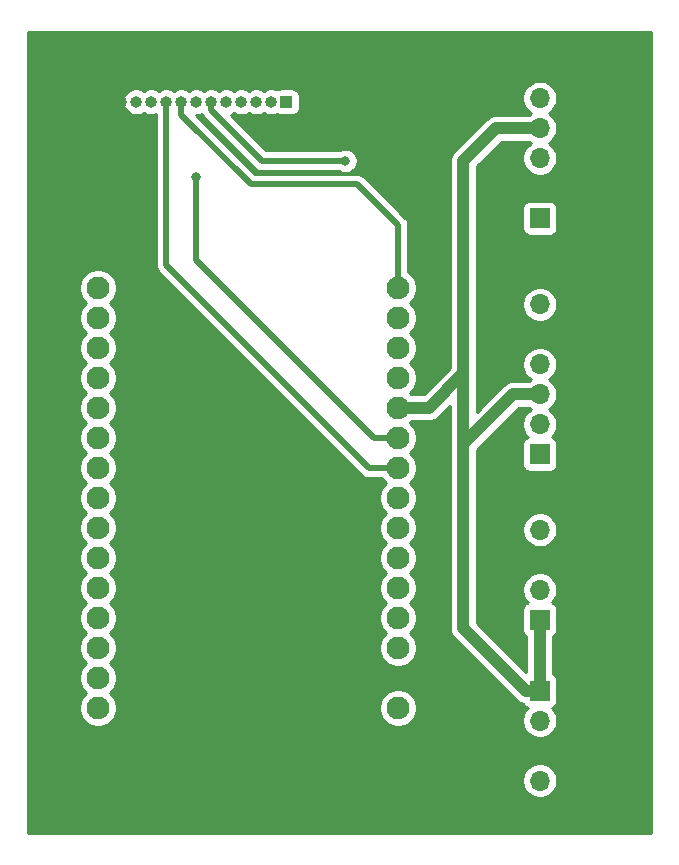
<source format=gbr>
%TF.GenerationSoftware,KiCad,Pcbnew,(5.1.10)-1*%
%TF.CreationDate,2022-02-10T20:54:04-03:00*%
%TF.ProjectId,sensor_v00,73656e73-6f72-45f7-9630-302e6b696361,rev?*%
%TF.SameCoordinates,Original*%
%TF.FileFunction,Copper,L2,Bot*%
%TF.FilePolarity,Positive*%
%FSLAX46Y46*%
G04 Gerber Fmt 4.6, Leading zero omitted, Abs format (unit mm)*
G04 Created by KiCad (PCBNEW (5.1.10)-1) date 2022-02-10 20:54:04*
%MOMM*%
%LPD*%
G01*
G04 APERTURE LIST*
%TA.AperFunction,ComponentPad*%
%ADD10O,1.000000X1.000000*%
%TD*%
%TA.AperFunction,ComponentPad*%
%ADD11R,1.000000X1.000000*%
%TD*%
%TA.AperFunction,ComponentPad*%
%ADD12C,1.930400*%
%TD*%
%TA.AperFunction,ComponentPad*%
%ADD13O,1.700000X1.700000*%
%TD*%
%TA.AperFunction,ComponentPad*%
%ADD14R,1.700000X1.700000*%
%TD*%
%TA.AperFunction,ViaPad*%
%ADD15C,0.800000*%
%TD*%
%TA.AperFunction,Conductor*%
%ADD16C,1.000000*%
%TD*%
%TA.AperFunction,Conductor*%
%ADD17C,0.250000*%
%TD*%
%TA.AperFunction,Conductor*%
%ADD18C,0.500000*%
%TD*%
%TA.AperFunction,Conductor*%
%ADD19C,0.254000*%
%TD*%
%TA.AperFunction,Conductor*%
%ADD20C,2.000000*%
%TD*%
G04 APERTURE END LIST*
D10*
%TO.P,LoRa,12*%
%TO.N,GNDREF*%
X121030000Y-79000000D03*
%TO.P,LoRa,11*%
%TO.N,N/C*%
X122300000Y-79000000D03*
%TO.P,LoRa,10*%
X123570000Y-79000000D03*
%TO.P,LoRa,9*%
%TO.N,SCK*%
X124840000Y-79000000D03*
%TO.P,LoRa,8*%
%TO.N,MOSI*%
X126110000Y-79000000D03*
%TO.P,LoRa,7*%
%TO.N,MISO*%
X127380000Y-79000000D03*
%TO.P,LoRa,6*%
%TO.N,NSS*%
X128650000Y-79000000D03*
%TO.P,LoRa,5*%
%TO.N,N/C*%
X129920000Y-79000000D03*
%TO.P,LoRa,4*%
X131190000Y-79000000D03*
%TO.P,LoRa,3*%
%TO.N,DIO0*%
X132460000Y-79000000D03*
%TO.P,LoRa,2*%
%TO.N,3v3*%
X133730000Y-79000000D03*
D11*
%TO.P,LoRa,1*%
%TO.N,RST*%
X135000000Y-79000000D03*
%TD*%
D12*
%TO.P,U101,EN*%
%TO.N,N/C*%
X119052840Y-94750240D03*
%TO.P,U101,D36*%
X119052840Y-97290240D03*
%TO.P,U101,D39*%
X119052840Y-99830240D03*
%TO.P,U101,D34*%
X119052840Y-102370240D03*
%TO.P,U101,D35*%
X119052840Y-104910240D03*
%TO.P,U101,D32*%
X119052840Y-107450240D03*
%TO.P,U101,D33*%
X119052840Y-109990240D03*
%TO.P,U101,D25*%
X119052840Y-112530240D03*
%TO.P,U101,D26*%
X119052840Y-115070240D03*
%TO.P,U101,D27*%
X119052840Y-117610240D03*
%TO.P,U101,D14*%
X119052840Y-120150240D03*
%TO.P,U101,D12*%
X119052840Y-122690240D03*
%TO.P,U101,D13*%
X119052840Y-125230240D03*
%TO.P,U101,GND@1*%
X119052840Y-127770240D03*
%TO.P,U101,VIN*%
X119052840Y-130310240D03*
%TO.P,U101,D23*%
%TO.N,MOSI*%
X144457840Y-94750240D03*
%TO.P,U101,D22*%
%TO.N,SCL*%
X144457840Y-97290240D03*
%TO.P,U101,D1*%
%TO.N,N/C*%
X144457840Y-99830240D03*
%TO.P,U101,D3*%
X144457840Y-102370240D03*
%TO.P,U101,D21*%
%TO.N,SDA*%
X144457840Y-104910240D03*
%TO.P,U101,D19*%
%TO.N,MISO*%
X144457840Y-107450240D03*
%TO.P,U101,D18*%
%TO.N,SCK*%
X144457840Y-109990240D03*
%TO.P,U101,D5*%
%TO.N,NSS*%
X144457840Y-112530240D03*
%TO.P,U101,D17*%
%TO.N,N/C*%
X144457840Y-115070240D03*
%TO.P,U101,D16*%
X144457840Y-117610240D03*
%TO.P,U101,D4*%
X144457840Y-120150240D03*
%TO.P,U101,D2*%
%TO.N,RST*%
X144457840Y-122690240D03*
%TO.P,U101,D15*%
%TO.N,DIO0*%
X144457840Y-125230240D03*
%TO.P,U101,GND@2*%
%TO.N,GNDREF*%
X144457840Y-127770240D03*
%TO.P,U101,3V3*%
%TO.N,3v3*%
X144457840Y-130310240D03*
%TD*%
D13*
%TO.P,TLS2561,5*%
%TO.N,N/C*%
X156462920Y-78690920D03*
%TO.P,TLS2561,4*%
%TO.N,SDA*%
X156462920Y-81230920D03*
%TO.P,TLS2561,3*%
%TO.N,SCL*%
X156462920Y-83770920D03*
%TO.P,TLS2561,2*%
%TO.N,GNDREF*%
X156462920Y-86310920D03*
D14*
%TO.P,TLS2561,1*%
%TO.N,3v3*%
X156462920Y-88850920D03*
%TD*%
D13*
%TO.P,J103,4*%
%TO.N,3v3*%
X156462920Y-115230920D03*
%TO.P,J103,3*%
%TO.N,GNDREF*%
X156462920Y-117770920D03*
%TO.P,J103,2*%
%TO.N,SCL*%
X156462920Y-120310920D03*
D14*
%TO.P,J103,1*%
%TO.N,SDA*%
X156462920Y-122850920D03*
%TD*%
D13*
%TO.P,BME680,6*%
%TO.N,3v3*%
X156462920Y-96150920D03*
%TO.P,BME680,5*%
%TO.N,GNDREF*%
X156462920Y-98690920D03*
%TO.P,BME680,4*%
%TO.N,SCL*%
X156462920Y-101230920D03*
%TO.P,BME680,3*%
%TO.N,SDA*%
X156462920Y-103770920D03*
%TO.P,BME680,2*%
%TO.N,N/C*%
X156462920Y-106310920D03*
D14*
%TO.P,BME680,1*%
X156462920Y-108850920D03*
%TD*%
D13*
%TO.P,J101,4*%
%TO.N,3v3*%
X156462920Y-136470920D03*
%TO.P,J101,3*%
%TO.N,GNDREF*%
X156462920Y-133930920D03*
%TO.P,J101,2*%
%TO.N,SCL*%
X156462920Y-131390920D03*
D14*
%TO.P,J101,1*%
%TO.N,SDA*%
X156462920Y-128850920D03*
%TD*%
D15*
%TO.N,NSS*%
X140000000Y-84000000D03*
%TO.N,MISO*%
X127380000Y-85380000D03*
%TD*%
D16*
%TO.N,SDA*%
X156462920Y-128850920D02*
X156462920Y-126462920D01*
X156462920Y-126462920D02*
X156462920Y-125462920D01*
X156462920Y-125462920D02*
X156462920Y-122850920D01*
X152769080Y-81230920D02*
X156462920Y-81230920D01*
X150000000Y-84000000D02*
X152769080Y-81230920D01*
X154229080Y-103770920D02*
X150000000Y-108000000D01*
X156462920Y-103770920D02*
X154229080Y-103770920D01*
X147089760Y-104910240D02*
X150000000Y-102000000D01*
X144457840Y-104910240D02*
X147089760Y-104910240D01*
X150000000Y-102000000D02*
X150000000Y-84000000D01*
X150000000Y-108000000D02*
X150000000Y-102000000D01*
X156462920Y-128850920D02*
X155266920Y-128850920D01*
X150000000Y-123584000D02*
X150000000Y-121272000D01*
X150000000Y-121272000D02*
X150000000Y-108000000D01*
X155266920Y-128850920D02*
X150000000Y-123584000D01*
X150000000Y-122000000D02*
X150000000Y-121272000D01*
D17*
%TO.N,3v3*%
X156162920Y-95850920D02*
X156462920Y-96150920D01*
D18*
%TO.N,NSS*%
X128650000Y-79707106D02*
X132942894Y-84000000D01*
X128650000Y-79000000D02*
X128650000Y-79707106D01*
X132942894Y-84000000D02*
X140000000Y-84000000D01*
X140000000Y-84000000D02*
X140000000Y-84000000D01*
%TO.N,MISO*%
X127380000Y-85380000D02*
X127380000Y-92380000D01*
X142450240Y-107450240D02*
X144457840Y-107450240D01*
X127380000Y-92380000D02*
X142450240Y-107450240D01*
%TO.N,MOSI*%
X126110000Y-79000000D02*
X126110000Y-80110000D01*
X126110000Y-80110000D02*
X132000000Y-86000000D01*
X132000000Y-86000000D02*
X141000000Y-86000000D01*
X144457840Y-89457840D02*
X144457840Y-94750240D01*
X141000000Y-86000000D02*
X144457840Y-89457840D01*
%TO.N,SCK*%
X124840000Y-79000000D02*
X124840000Y-92840000D01*
X141990240Y-109990240D02*
X144457840Y-109990240D01*
X124840000Y-92840000D02*
X141990240Y-109990240D01*
%TD*%
D19*
%TO.N,GNDREF*%
X165873000Y-140873000D02*
X113127000Y-140873000D01*
X113127000Y-136324660D01*
X154977920Y-136324660D01*
X154977920Y-136617180D01*
X155034988Y-136904078D01*
X155146930Y-137174331D01*
X155309445Y-137417552D01*
X155516288Y-137624395D01*
X155759509Y-137786910D01*
X156029762Y-137898852D01*
X156316660Y-137955920D01*
X156609180Y-137955920D01*
X156896078Y-137898852D01*
X157166331Y-137786910D01*
X157409552Y-137624395D01*
X157616395Y-137417552D01*
X157778910Y-137174331D01*
X157890852Y-136904078D01*
X157947920Y-136617180D01*
X157947920Y-136324660D01*
X157890852Y-136037762D01*
X157778910Y-135767509D01*
X157616395Y-135524288D01*
X157409552Y-135317445D01*
X157166331Y-135154930D01*
X156896078Y-135042988D01*
X156609180Y-134985920D01*
X156316660Y-134985920D01*
X156029762Y-135042988D01*
X155759509Y-135154930D01*
X155516288Y-135317445D01*
X155309445Y-135524288D01*
X155146930Y-135767509D01*
X155034988Y-136037762D01*
X154977920Y-136324660D01*
X113127000Y-136324660D01*
X113127000Y-94592634D01*
X117452640Y-94592634D01*
X117452640Y-94907846D01*
X117514134Y-95217001D01*
X117634761Y-95508219D01*
X117809883Y-95770308D01*
X118032772Y-95993197D01*
X118073245Y-96020240D01*
X118032772Y-96047283D01*
X117809883Y-96270172D01*
X117634761Y-96532261D01*
X117514134Y-96823479D01*
X117452640Y-97132634D01*
X117452640Y-97447846D01*
X117514134Y-97757001D01*
X117634761Y-98048219D01*
X117809883Y-98310308D01*
X118032772Y-98533197D01*
X118073245Y-98560240D01*
X118032772Y-98587283D01*
X117809883Y-98810172D01*
X117634761Y-99072261D01*
X117514134Y-99363479D01*
X117452640Y-99672634D01*
X117452640Y-99987846D01*
X117514134Y-100297001D01*
X117634761Y-100588219D01*
X117809883Y-100850308D01*
X118032772Y-101073197D01*
X118073245Y-101100240D01*
X118032772Y-101127283D01*
X117809883Y-101350172D01*
X117634761Y-101612261D01*
X117514134Y-101903479D01*
X117452640Y-102212634D01*
X117452640Y-102527846D01*
X117514134Y-102837001D01*
X117634761Y-103128219D01*
X117809883Y-103390308D01*
X118032772Y-103613197D01*
X118073245Y-103640240D01*
X118032772Y-103667283D01*
X117809883Y-103890172D01*
X117634761Y-104152261D01*
X117514134Y-104443479D01*
X117452640Y-104752634D01*
X117452640Y-105067846D01*
X117514134Y-105377001D01*
X117634761Y-105668219D01*
X117809883Y-105930308D01*
X118032772Y-106153197D01*
X118073245Y-106180240D01*
X118032772Y-106207283D01*
X117809883Y-106430172D01*
X117634761Y-106692261D01*
X117514134Y-106983479D01*
X117452640Y-107292634D01*
X117452640Y-107607846D01*
X117514134Y-107917001D01*
X117634761Y-108208219D01*
X117809883Y-108470308D01*
X118032772Y-108693197D01*
X118073245Y-108720240D01*
X118032772Y-108747283D01*
X117809883Y-108970172D01*
X117634761Y-109232261D01*
X117514134Y-109523479D01*
X117452640Y-109832634D01*
X117452640Y-110147846D01*
X117514134Y-110457001D01*
X117634761Y-110748219D01*
X117809883Y-111010308D01*
X118032772Y-111233197D01*
X118073245Y-111260240D01*
X118032772Y-111287283D01*
X117809883Y-111510172D01*
X117634761Y-111772261D01*
X117514134Y-112063479D01*
X117452640Y-112372634D01*
X117452640Y-112687846D01*
X117514134Y-112997001D01*
X117634761Y-113288219D01*
X117809883Y-113550308D01*
X118032772Y-113773197D01*
X118073245Y-113800240D01*
X118032772Y-113827283D01*
X117809883Y-114050172D01*
X117634761Y-114312261D01*
X117514134Y-114603479D01*
X117452640Y-114912634D01*
X117452640Y-115227846D01*
X117514134Y-115537001D01*
X117634761Y-115828219D01*
X117809883Y-116090308D01*
X118032772Y-116313197D01*
X118073245Y-116340240D01*
X118032772Y-116367283D01*
X117809883Y-116590172D01*
X117634761Y-116852261D01*
X117514134Y-117143479D01*
X117452640Y-117452634D01*
X117452640Y-117767846D01*
X117514134Y-118077001D01*
X117634761Y-118368219D01*
X117809883Y-118630308D01*
X118032772Y-118853197D01*
X118073245Y-118880240D01*
X118032772Y-118907283D01*
X117809883Y-119130172D01*
X117634761Y-119392261D01*
X117514134Y-119683479D01*
X117452640Y-119992634D01*
X117452640Y-120307846D01*
X117514134Y-120617001D01*
X117634761Y-120908219D01*
X117809883Y-121170308D01*
X118032772Y-121393197D01*
X118073245Y-121420240D01*
X118032772Y-121447283D01*
X117809883Y-121670172D01*
X117634761Y-121932261D01*
X117514134Y-122223479D01*
X117452640Y-122532634D01*
X117452640Y-122847846D01*
X117514134Y-123157001D01*
X117634761Y-123448219D01*
X117809883Y-123710308D01*
X118032772Y-123933197D01*
X118073245Y-123960240D01*
X118032772Y-123987283D01*
X117809883Y-124210172D01*
X117634761Y-124472261D01*
X117514134Y-124763479D01*
X117452640Y-125072634D01*
X117452640Y-125387846D01*
X117514134Y-125697001D01*
X117634761Y-125988219D01*
X117809883Y-126250308D01*
X118032772Y-126473197D01*
X118073245Y-126500240D01*
X118032772Y-126527283D01*
X117809883Y-126750172D01*
X117634761Y-127012261D01*
X117514134Y-127303479D01*
X117452640Y-127612634D01*
X117452640Y-127927846D01*
X117514134Y-128237001D01*
X117634761Y-128528219D01*
X117809883Y-128790308D01*
X118032772Y-129013197D01*
X118073245Y-129040240D01*
X118032772Y-129067283D01*
X117809883Y-129290172D01*
X117634761Y-129552261D01*
X117514134Y-129843479D01*
X117452640Y-130152634D01*
X117452640Y-130467846D01*
X117514134Y-130777001D01*
X117634761Y-131068219D01*
X117809883Y-131330308D01*
X118032772Y-131553197D01*
X118294861Y-131728319D01*
X118586079Y-131848946D01*
X118895234Y-131910440D01*
X119210446Y-131910440D01*
X119519601Y-131848946D01*
X119810819Y-131728319D01*
X120072908Y-131553197D01*
X120295797Y-131330308D01*
X120470919Y-131068219D01*
X120591546Y-130777001D01*
X120653040Y-130467846D01*
X120653040Y-130152634D01*
X142857640Y-130152634D01*
X142857640Y-130467846D01*
X142919134Y-130777001D01*
X143039761Y-131068219D01*
X143214883Y-131330308D01*
X143437772Y-131553197D01*
X143699861Y-131728319D01*
X143991079Y-131848946D01*
X144300234Y-131910440D01*
X144615446Y-131910440D01*
X144924601Y-131848946D01*
X145215819Y-131728319D01*
X145477908Y-131553197D01*
X145700797Y-131330308D01*
X145875919Y-131068219D01*
X145996546Y-130777001D01*
X146058040Y-130467846D01*
X146058040Y-130152634D01*
X145996546Y-129843479D01*
X145875919Y-129552261D01*
X145700797Y-129290172D01*
X145477908Y-129067283D01*
X145215819Y-128892161D01*
X144924601Y-128771534D01*
X144615446Y-128710040D01*
X144300234Y-128710040D01*
X143991079Y-128771534D01*
X143699861Y-128892161D01*
X143437772Y-129067283D01*
X143214883Y-129290172D01*
X143039761Y-129552261D01*
X142919134Y-129843479D01*
X142857640Y-130152634D01*
X120653040Y-130152634D01*
X120591546Y-129843479D01*
X120470919Y-129552261D01*
X120295797Y-129290172D01*
X120072908Y-129067283D01*
X120032435Y-129040240D01*
X120072908Y-129013197D01*
X120295797Y-128790308D01*
X120470919Y-128528219D01*
X120591546Y-128237001D01*
X120653040Y-127927846D01*
X120653040Y-127612634D01*
X120591546Y-127303479D01*
X120470919Y-127012261D01*
X120295797Y-126750172D01*
X120072908Y-126527283D01*
X120032435Y-126500240D01*
X120072908Y-126473197D01*
X120295797Y-126250308D01*
X120470919Y-125988219D01*
X120591546Y-125697001D01*
X120653040Y-125387846D01*
X120653040Y-125072634D01*
X120591546Y-124763479D01*
X120470919Y-124472261D01*
X120295797Y-124210172D01*
X120072908Y-123987283D01*
X120032435Y-123960240D01*
X120072908Y-123933197D01*
X120295797Y-123710308D01*
X120470919Y-123448219D01*
X120591546Y-123157001D01*
X120653040Y-122847846D01*
X120653040Y-122532634D01*
X120591546Y-122223479D01*
X120470919Y-121932261D01*
X120295797Y-121670172D01*
X120072908Y-121447283D01*
X120032435Y-121420240D01*
X120072908Y-121393197D01*
X120295797Y-121170308D01*
X120470919Y-120908219D01*
X120591546Y-120617001D01*
X120653040Y-120307846D01*
X120653040Y-119992634D01*
X120591546Y-119683479D01*
X120470919Y-119392261D01*
X120295797Y-119130172D01*
X120072908Y-118907283D01*
X120032435Y-118880240D01*
X120072908Y-118853197D01*
X120295797Y-118630308D01*
X120470919Y-118368219D01*
X120591546Y-118077001D01*
X120653040Y-117767846D01*
X120653040Y-117452634D01*
X120591546Y-117143479D01*
X120470919Y-116852261D01*
X120295797Y-116590172D01*
X120072908Y-116367283D01*
X120032435Y-116340240D01*
X120072908Y-116313197D01*
X120295797Y-116090308D01*
X120470919Y-115828219D01*
X120591546Y-115537001D01*
X120653040Y-115227846D01*
X120653040Y-114912634D01*
X120591546Y-114603479D01*
X120470919Y-114312261D01*
X120295797Y-114050172D01*
X120072908Y-113827283D01*
X120032435Y-113800240D01*
X120072908Y-113773197D01*
X120295797Y-113550308D01*
X120470919Y-113288219D01*
X120591546Y-112997001D01*
X120653040Y-112687846D01*
X120653040Y-112372634D01*
X120591546Y-112063479D01*
X120470919Y-111772261D01*
X120295797Y-111510172D01*
X120072908Y-111287283D01*
X120032435Y-111260240D01*
X120072908Y-111233197D01*
X120295797Y-111010308D01*
X120470919Y-110748219D01*
X120591546Y-110457001D01*
X120653040Y-110147846D01*
X120653040Y-109832634D01*
X120591546Y-109523479D01*
X120470919Y-109232261D01*
X120295797Y-108970172D01*
X120072908Y-108747283D01*
X120032435Y-108720240D01*
X120072908Y-108693197D01*
X120295797Y-108470308D01*
X120470919Y-108208219D01*
X120591546Y-107917001D01*
X120653040Y-107607846D01*
X120653040Y-107292634D01*
X120591546Y-106983479D01*
X120470919Y-106692261D01*
X120295797Y-106430172D01*
X120072908Y-106207283D01*
X120032435Y-106180240D01*
X120072908Y-106153197D01*
X120295797Y-105930308D01*
X120470919Y-105668219D01*
X120591546Y-105377001D01*
X120653040Y-105067846D01*
X120653040Y-104752634D01*
X120591546Y-104443479D01*
X120470919Y-104152261D01*
X120295797Y-103890172D01*
X120072908Y-103667283D01*
X120032435Y-103640240D01*
X120072908Y-103613197D01*
X120295797Y-103390308D01*
X120470919Y-103128219D01*
X120591546Y-102837001D01*
X120653040Y-102527846D01*
X120653040Y-102212634D01*
X120591546Y-101903479D01*
X120470919Y-101612261D01*
X120295797Y-101350172D01*
X120072908Y-101127283D01*
X120032435Y-101100240D01*
X120072908Y-101073197D01*
X120295797Y-100850308D01*
X120470919Y-100588219D01*
X120591546Y-100297001D01*
X120653040Y-99987846D01*
X120653040Y-99672634D01*
X120591546Y-99363479D01*
X120470919Y-99072261D01*
X120295797Y-98810172D01*
X120072908Y-98587283D01*
X120032435Y-98560240D01*
X120072908Y-98533197D01*
X120295797Y-98310308D01*
X120470919Y-98048219D01*
X120591546Y-97757001D01*
X120653040Y-97447846D01*
X120653040Y-97132634D01*
X120591546Y-96823479D01*
X120470919Y-96532261D01*
X120295797Y-96270172D01*
X120072908Y-96047283D01*
X120032435Y-96020240D01*
X120072908Y-95993197D01*
X120295797Y-95770308D01*
X120470919Y-95508219D01*
X120591546Y-95217001D01*
X120653040Y-94907846D01*
X120653040Y-94592634D01*
X120591546Y-94283479D01*
X120470919Y-93992261D01*
X120295797Y-93730172D01*
X120072908Y-93507283D01*
X119810819Y-93332161D01*
X119519601Y-93211534D01*
X119210446Y-93150040D01*
X118895234Y-93150040D01*
X118586079Y-93211534D01*
X118294861Y-93332161D01*
X118032772Y-93507283D01*
X117809883Y-93730172D01*
X117634761Y-93992261D01*
X117514134Y-94283479D01*
X117452640Y-94592634D01*
X113127000Y-94592634D01*
X113127000Y-78888212D01*
X121165000Y-78888212D01*
X121165000Y-79111788D01*
X121208617Y-79331067D01*
X121294176Y-79537624D01*
X121418388Y-79723520D01*
X121576480Y-79881612D01*
X121762376Y-80005824D01*
X121968933Y-80091383D01*
X122188212Y-80135000D01*
X122411788Y-80135000D01*
X122631067Y-80091383D01*
X122837624Y-80005824D01*
X122935000Y-79940759D01*
X123032376Y-80005824D01*
X123238933Y-80091383D01*
X123458212Y-80135000D01*
X123681788Y-80135000D01*
X123901067Y-80091383D01*
X123955000Y-80069043D01*
X123955001Y-92796521D01*
X123950719Y-92840000D01*
X123967805Y-93013490D01*
X124018412Y-93180313D01*
X124100590Y-93334059D01*
X124183468Y-93435046D01*
X124183471Y-93435049D01*
X124211184Y-93468817D01*
X124244952Y-93496530D01*
X141333710Y-110585289D01*
X141361423Y-110619057D01*
X141395191Y-110646770D01*
X141395193Y-110646772D01*
X141466692Y-110705450D01*
X141496181Y-110729651D01*
X141649927Y-110811829D01*
X141816750Y-110862435D01*
X141946763Y-110875240D01*
X141946773Y-110875240D01*
X141990239Y-110879521D01*
X142033706Y-110875240D01*
X143124634Y-110875240D01*
X143214883Y-111010308D01*
X143437772Y-111233197D01*
X143478245Y-111260240D01*
X143437772Y-111287283D01*
X143214883Y-111510172D01*
X143039761Y-111772261D01*
X142919134Y-112063479D01*
X142857640Y-112372634D01*
X142857640Y-112687846D01*
X142919134Y-112997001D01*
X143039761Y-113288219D01*
X143214883Y-113550308D01*
X143437772Y-113773197D01*
X143478245Y-113800240D01*
X143437772Y-113827283D01*
X143214883Y-114050172D01*
X143039761Y-114312261D01*
X142919134Y-114603479D01*
X142857640Y-114912634D01*
X142857640Y-115227846D01*
X142919134Y-115537001D01*
X143039761Y-115828219D01*
X143214883Y-116090308D01*
X143437772Y-116313197D01*
X143478245Y-116340240D01*
X143437772Y-116367283D01*
X143214883Y-116590172D01*
X143039761Y-116852261D01*
X142919134Y-117143479D01*
X142857640Y-117452634D01*
X142857640Y-117767846D01*
X142919134Y-118077001D01*
X143039761Y-118368219D01*
X143214883Y-118630308D01*
X143437772Y-118853197D01*
X143478245Y-118880240D01*
X143437772Y-118907283D01*
X143214883Y-119130172D01*
X143039761Y-119392261D01*
X142919134Y-119683479D01*
X142857640Y-119992634D01*
X142857640Y-120307846D01*
X142919134Y-120617001D01*
X143039761Y-120908219D01*
X143214883Y-121170308D01*
X143437772Y-121393197D01*
X143478245Y-121420240D01*
X143437772Y-121447283D01*
X143214883Y-121670172D01*
X143039761Y-121932261D01*
X142919134Y-122223479D01*
X142857640Y-122532634D01*
X142857640Y-122847846D01*
X142919134Y-123157001D01*
X143039761Y-123448219D01*
X143214883Y-123710308D01*
X143437772Y-123933197D01*
X143478245Y-123960240D01*
X143437772Y-123987283D01*
X143214883Y-124210172D01*
X143039761Y-124472261D01*
X142919134Y-124763479D01*
X142857640Y-125072634D01*
X142857640Y-125387846D01*
X142919134Y-125697001D01*
X143039761Y-125988219D01*
X143214883Y-126250308D01*
X143437772Y-126473197D01*
X143699861Y-126648319D01*
X143991079Y-126768946D01*
X144300234Y-126830440D01*
X144615446Y-126830440D01*
X144924601Y-126768946D01*
X145215819Y-126648319D01*
X145477908Y-126473197D01*
X145700797Y-126250308D01*
X145875919Y-125988219D01*
X145996546Y-125697001D01*
X146058040Y-125387846D01*
X146058040Y-125072634D01*
X145996546Y-124763479D01*
X145875919Y-124472261D01*
X145700797Y-124210172D01*
X145477908Y-123987283D01*
X145437435Y-123960240D01*
X145477908Y-123933197D01*
X145700797Y-123710308D01*
X145875919Y-123448219D01*
X145996546Y-123157001D01*
X146058040Y-122847846D01*
X146058040Y-122532634D01*
X145996546Y-122223479D01*
X145875919Y-121932261D01*
X145700797Y-121670172D01*
X145477908Y-121447283D01*
X145437435Y-121420240D01*
X145477908Y-121393197D01*
X145700797Y-121170308D01*
X145875919Y-120908219D01*
X145996546Y-120617001D01*
X146058040Y-120307846D01*
X146058040Y-119992634D01*
X145996546Y-119683479D01*
X145875919Y-119392261D01*
X145700797Y-119130172D01*
X145477908Y-118907283D01*
X145437435Y-118880240D01*
X145477908Y-118853197D01*
X145700797Y-118630308D01*
X145875919Y-118368219D01*
X145996546Y-118077001D01*
X146058040Y-117767846D01*
X146058040Y-117452634D01*
X145996546Y-117143479D01*
X145875919Y-116852261D01*
X145700797Y-116590172D01*
X145477908Y-116367283D01*
X145437435Y-116340240D01*
X145477908Y-116313197D01*
X145700797Y-116090308D01*
X145875919Y-115828219D01*
X145996546Y-115537001D01*
X146058040Y-115227846D01*
X146058040Y-114912634D01*
X145996546Y-114603479D01*
X145875919Y-114312261D01*
X145700797Y-114050172D01*
X145477908Y-113827283D01*
X145437435Y-113800240D01*
X145477908Y-113773197D01*
X145700797Y-113550308D01*
X145875919Y-113288219D01*
X145996546Y-112997001D01*
X146058040Y-112687846D01*
X146058040Y-112372634D01*
X145996546Y-112063479D01*
X145875919Y-111772261D01*
X145700797Y-111510172D01*
X145477908Y-111287283D01*
X145437435Y-111260240D01*
X145477908Y-111233197D01*
X145700797Y-111010308D01*
X145875919Y-110748219D01*
X145996546Y-110457001D01*
X146058040Y-110147846D01*
X146058040Y-109832634D01*
X145996546Y-109523479D01*
X145875919Y-109232261D01*
X145700797Y-108970172D01*
X145477908Y-108747283D01*
X145437435Y-108720240D01*
X145477908Y-108693197D01*
X145700797Y-108470308D01*
X145875919Y-108208219D01*
X145996546Y-107917001D01*
X146058040Y-107607846D01*
X146058040Y-107292634D01*
X145996546Y-106983479D01*
X145875919Y-106692261D01*
X145700797Y-106430172D01*
X145477908Y-106207283D01*
X145437435Y-106180240D01*
X145477908Y-106153197D01*
X145585865Y-106045240D01*
X147034009Y-106045240D01*
X147089760Y-106050731D01*
X147145511Y-106045240D01*
X147145512Y-106045240D01*
X147312259Y-106028817D01*
X147526207Y-105963916D01*
X147723383Y-105858524D01*
X147896209Y-105716689D01*
X147931756Y-105673375D01*
X148865001Y-104740131D01*
X148865000Y-107944248D01*
X148859509Y-108000000D01*
X148865000Y-108055751D01*
X148865001Y-108055761D01*
X148865000Y-121216248D01*
X148865000Y-122055751D01*
X148865001Y-122055758D01*
X148865000Y-123528248D01*
X148859509Y-123584000D01*
X148865000Y-123639751D01*
X148881423Y-123806498D01*
X148946324Y-124020446D01*
X149051716Y-124217623D01*
X149193551Y-124390449D01*
X149236865Y-124425996D01*
X154424933Y-129614066D01*
X154460471Y-129657369D01*
X154503774Y-129692907D01*
X154503776Y-129692909D01*
X154633297Y-129799204D01*
X154830473Y-129904596D01*
X155034918Y-129966614D01*
X155082383Y-130055414D01*
X155161735Y-130152105D01*
X155258426Y-130231457D01*
X155368740Y-130290422D01*
X155441300Y-130312433D01*
X155309445Y-130444288D01*
X155146930Y-130687509D01*
X155034988Y-130957762D01*
X154977920Y-131244660D01*
X154977920Y-131537180D01*
X155034988Y-131824078D01*
X155146930Y-132094331D01*
X155309445Y-132337552D01*
X155516288Y-132544395D01*
X155759509Y-132706910D01*
X156029762Y-132818852D01*
X156316660Y-132875920D01*
X156609180Y-132875920D01*
X156896078Y-132818852D01*
X157166331Y-132706910D01*
X157409552Y-132544395D01*
X157616395Y-132337552D01*
X157778910Y-132094331D01*
X157890852Y-131824078D01*
X157947920Y-131537180D01*
X157947920Y-131244660D01*
X157890852Y-130957762D01*
X157778910Y-130687509D01*
X157616395Y-130444288D01*
X157484540Y-130312433D01*
X157557100Y-130290422D01*
X157667414Y-130231457D01*
X157764105Y-130152105D01*
X157843457Y-130055414D01*
X157902422Y-129945100D01*
X157938732Y-129825402D01*
X157950992Y-129700920D01*
X157950992Y-128000920D01*
X157938732Y-127876438D01*
X157902422Y-127756740D01*
X157843457Y-127646426D01*
X157764105Y-127549735D01*
X157667414Y-127470383D01*
X157597920Y-127433237D01*
X157597920Y-124268603D01*
X157667414Y-124231457D01*
X157764105Y-124152105D01*
X157843457Y-124055414D01*
X157902422Y-123945100D01*
X157938732Y-123825402D01*
X157950992Y-123700920D01*
X157950992Y-122000920D01*
X157938732Y-121876438D01*
X157902422Y-121756740D01*
X157843457Y-121646426D01*
X157764105Y-121549735D01*
X157667414Y-121470383D01*
X157557100Y-121411418D01*
X157484540Y-121389407D01*
X157616395Y-121257552D01*
X157778910Y-121014331D01*
X157890852Y-120744078D01*
X157947920Y-120457180D01*
X157947920Y-120164660D01*
X157890852Y-119877762D01*
X157778910Y-119607509D01*
X157616395Y-119364288D01*
X157409552Y-119157445D01*
X157166331Y-118994930D01*
X156896078Y-118882988D01*
X156609180Y-118825920D01*
X156316660Y-118825920D01*
X156029762Y-118882988D01*
X155759509Y-118994930D01*
X155516288Y-119157445D01*
X155309445Y-119364288D01*
X155146930Y-119607509D01*
X155034988Y-119877762D01*
X154977920Y-120164660D01*
X154977920Y-120457180D01*
X155034988Y-120744078D01*
X155146930Y-121014331D01*
X155309445Y-121257552D01*
X155441300Y-121389407D01*
X155368740Y-121411418D01*
X155258426Y-121470383D01*
X155161735Y-121549735D01*
X155082383Y-121646426D01*
X155023418Y-121756740D01*
X154987108Y-121876438D01*
X154974848Y-122000920D01*
X154974848Y-123700920D01*
X154987108Y-123825402D01*
X155023418Y-123945100D01*
X155082383Y-124055414D01*
X155161735Y-124152105D01*
X155258426Y-124231457D01*
X155327920Y-124268603D01*
X155327920Y-126518671D01*
X155327921Y-126518681D01*
X155327921Y-127306788D01*
X151135000Y-123113869D01*
X151135000Y-115084660D01*
X154977920Y-115084660D01*
X154977920Y-115377180D01*
X155034988Y-115664078D01*
X155146930Y-115934331D01*
X155309445Y-116177552D01*
X155516288Y-116384395D01*
X155759509Y-116546910D01*
X156029762Y-116658852D01*
X156316660Y-116715920D01*
X156609180Y-116715920D01*
X156896078Y-116658852D01*
X157166331Y-116546910D01*
X157409552Y-116384395D01*
X157616395Y-116177552D01*
X157778910Y-115934331D01*
X157890852Y-115664078D01*
X157947920Y-115377180D01*
X157947920Y-115084660D01*
X157890852Y-114797762D01*
X157778910Y-114527509D01*
X157616395Y-114284288D01*
X157409552Y-114077445D01*
X157166331Y-113914930D01*
X156896078Y-113802988D01*
X156609180Y-113745920D01*
X156316660Y-113745920D01*
X156029762Y-113802988D01*
X155759509Y-113914930D01*
X155516288Y-114077445D01*
X155309445Y-114284288D01*
X155146930Y-114527509D01*
X155034988Y-114797762D01*
X154977920Y-115084660D01*
X151135000Y-115084660D01*
X151135000Y-108470131D01*
X154699212Y-104905920D01*
X155497813Y-104905920D01*
X155516288Y-104924395D01*
X155690680Y-105040920D01*
X155516288Y-105157445D01*
X155309445Y-105364288D01*
X155146930Y-105607509D01*
X155034988Y-105877762D01*
X154977920Y-106164660D01*
X154977920Y-106457180D01*
X155034988Y-106744078D01*
X155146930Y-107014331D01*
X155309445Y-107257552D01*
X155441300Y-107389407D01*
X155368740Y-107411418D01*
X155258426Y-107470383D01*
X155161735Y-107549735D01*
X155082383Y-107646426D01*
X155023418Y-107756740D01*
X154987108Y-107876438D01*
X154974848Y-108000920D01*
X154974848Y-109700920D01*
X154987108Y-109825402D01*
X155023418Y-109945100D01*
X155082383Y-110055414D01*
X155161735Y-110152105D01*
X155258426Y-110231457D01*
X155368740Y-110290422D01*
X155488438Y-110326732D01*
X155612920Y-110338992D01*
X157312920Y-110338992D01*
X157437402Y-110326732D01*
X157557100Y-110290422D01*
X157667414Y-110231457D01*
X157764105Y-110152105D01*
X157843457Y-110055414D01*
X157902422Y-109945100D01*
X157938732Y-109825402D01*
X157950992Y-109700920D01*
X157950992Y-108000920D01*
X157938732Y-107876438D01*
X157902422Y-107756740D01*
X157843457Y-107646426D01*
X157764105Y-107549735D01*
X157667414Y-107470383D01*
X157557100Y-107411418D01*
X157484540Y-107389407D01*
X157616395Y-107257552D01*
X157778910Y-107014331D01*
X157890852Y-106744078D01*
X157947920Y-106457180D01*
X157947920Y-106164660D01*
X157890852Y-105877762D01*
X157778910Y-105607509D01*
X157616395Y-105364288D01*
X157409552Y-105157445D01*
X157235160Y-105040920D01*
X157409552Y-104924395D01*
X157616395Y-104717552D01*
X157778910Y-104474331D01*
X157890852Y-104204078D01*
X157947920Y-103917180D01*
X157947920Y-103624660D01*
X157890852Y-103337762D01*
X157778910Y-103067509D01*
X157616395Y-102824288D01*
X157409552Y-102617445D01*
X157235160Y-102500920D01*
X157409552Y-102384395D01*
X157616395Y-102177552D01*
X157778910Y-101934331D01*
X157890852Y-101664078D01*
X157947920Y-101377180D01*
X157947920Y-101084660D01*
X157890852Y-100797762D01*
X157778910Y-100527509D01*
X157616395Y-100284288D01*
X157409552Y-100077445D01*
X157166331Y-99914930D01*
X156896078Y-99802988D01*
X156609180Y-99745920D01*
X156316660Y-99745920D01*
X156029762Y-99802988D01*
X155759509Y-99914930D01*
X155516288Y-100077445D01*
X155309445Y-100284288D01*
X155146930Y-100527509D01*
X155034988Y-100797762D01*
X154977920Y-101084660D01*
X154977920Y-101377180D01*
X155034988Y-101664078D01*
X155146930Y-101934331D01*
X155309445Y-102177552D01*
X155516288Y-102384395D01*
X155690680Y-102500920D01*
X155516288Y-102617445D01*
X155497813Y-102635920D01*
X154284821Y-102635920D01*
X154229079Y-102630430D01*
X154173337Y-102635920D01*
X154173328Y-102635920D01*
X154006581Y-102652343D01*
X153792633Y-102717244D01*
X153595457Y-102822636D01*
X153422631Y-102964471D01*
X153387089Y-103007779D01*
X151135000Y-105259869D01*
X151135000Y-102055751D01*
X151140491Y-102000000D01*
X151135000Y-101944248D01*
X151135000Y-96004660D01*
X154977920Y-96004660D01*
X154977920Y-96297180D01*
X155034988Y-96584078D01*
X155146930Y-96854331D01*
X155309445Y-97097552D01*
X155516288Y-97304395D01*
X155759509Y-97466910D01*
X156029762Y-97578852D01*
X156316660Y-97635920D01*
X156609180Y-97635920D01*
X156896078Y-97578852D01*
X157166331Y-97466910D01*
X157409552Y-97304395D01*
X157616395Y-97097552D01*
X157778910Y-96854331D01*
X157890852Y-96584078D01*
X157947920Y-96297180D01*
X157947920Y-96004660D01*
X157890852Y-95717762D01*
X157778910Y-95447509D01*
X157616395Y-95204288D01*
X157409552Y-94997445D01*
X157166331Y-94834930D01*
X156896078Y-94722988D01*
X156609180Y-94665920D01*
X156316660Y-94665920D01*
X156029762Y-94722988D01*
X155759509Y-94834930D01*
X155516288Y-94997445D01*
X155309445Y-95204288D01*
X155146930Y-95447509D01*
X155034988Y-95717762D01*
X154977920Y-96004660D01*
X151135000Y-96004660D01*
X151135000Y-88000920D01*
X154974848Y-88000920D01*
X154974848Y-89700920D01*
X154987108Y-89825402D01*
X155023418Y-89945100D01*
X155082383Y-90055414D01*
X155161735Y-90152105D01*
X155258426Y-90231457D01*
X155368740Y-90290422D01*
X155488438Y-90326732D01*
X155612920Y-90338992D01*
X157312920Y-90338992D01*
X157437402Y-90326732D01*
X157557100Y-90290422D01*
X157667414Y-90231457D01*
X157764105Y-90152105D01*
X157843457Y-90055414D01*
X157902422Y-89945100D01*
X157938732Y-89825402D01*
X157950992Y-89700920D01*
X157950992Y-88000920D01*
X157938732Y-87876438D01*
X157902422Y-87756740D01*
X157843457Y-87646426D01*
X157764105Y-87549735D01*
X157667414Y-87470383D01*
X157557100Y-87411418D01*
X157437402Y-87375108D01*
X157312920Y-87362848D01*
X155612920Y-87362848D01*
X155488438Y-87375108D01*
X155368740Y-87411418D01*
X155258426Y-87470383D01*
X155161735Y-87549735D01*
X155082383Y-87646426D01*
X155023418Y-87756740D01*
X154987108Y-87876438D01*
X154974848Y-88000920D01*
X151135000Y-88000920D01*
X151135000Y-84470131D01*
X153239212Y-82365920D01*
X155497813Y-82365920D01*
X155516288Y-82384395D01*
X155690680Y-82500920D01*
X155516288Y-82617445D01*
X155309445Y-82824288D01*
X155146930Y-83067509D01*
X155034988Y-83337762D01*
X154977920Y-83624660D01*
X154977920Y-83917180D01*
X155034988Y-84204078D01*
X155146930Y-84474331D01*
X155309445Y-84717552D01*
X155516288Y-84924395D01*
X155759509Y-85086910D01*
X156029762Y-85198852D01*
X156316660Y-85255920D01*
X156609180Y-85255920D01*
X156896078Y-85198852D01*
X157166331Y-85086910D01*
X157409552Y-84924395D01*
X157616395Y-84717552D01*
X157778910Y-84474331D01*
X157890852Y-84204078D01*
X157947920Y-83917180D01*
X157947920Y-83624660D01*
X157890852Y-83337762D01*
X157778910Y-83067509D01*
X157616395Y-82824288D01*
X157409552Y-82617445D01*
X157235160Y-82500920D01*
X157409552Y-82384395D01*
X157616395Y-82177552D01*
X157778910Y-81934331D01*
X157890852Y-81664078D01*
X157947920Y-81377180D01*
X157947920Y-81084660D01*
X157890852Y-80797762D01*
X157778910Y-80527509D01*
X157616395Y-80284288D01*
X157409552Y-80077445D01*
X157235160Y-79960920D01*
X157409552Y-79844395D01*
X157616395Y-79637552D01*
X157778910Y-79394331D01*
X157890852Y-79124078D01*
X157947920Y-78837180D01*
X157947920Y-78544660D01*
X157890852Y-78257762D01*
X157778910Y-77987509D01*
X157616395Y-77744288D01*
X157409552Y-77537445D01*
X157166331Y-77374930D01*
X156896078Y-77262988D01*
X156609180Y-77205920D01*
X156316660Y-77205920D01*
X156029762Y-77262988D01*
X155759509Y-77374930D01*
X155516288Y-77537445D01*
X155309445Y-77744288D01*
X155146930Y-77987509D01*
X155034988Y-78257762D01*
X154977920Y-78544660D01*
X154977920Y-78837180D01*
X155034988Y-79124078D01*
X155146930Y-79394331D01*
X155309445Y-79637552D01*
X155516288Y-79844395D01*
X155690680Y-79960920D01*
X155516288Y-80077445D01*
X155497813Y-80095920D01*
X152824821Y-80095920D01*
X152769079Y-80090430D01*
X152713337Y-80095920D01*
X152713328Y-80095920D01*
X152546581Y-80112343D01*
X152332633Y-80177244D01*
X152135457Y-80282636D01*
X151962631Y-80424471D01*
X151927089Y-80467779D01*
X149236860Y-83158009D01*
X149193552Y-83193551D01*
X149051717Y-83366377D01*
X149031098Y-83404953D01*
X148946324Y-83563554D01*
X148881423Y-83777502D01*
X148859509Y-84000000D01*
X148865001Y-84055762D01*
X148865000Y-101529868D01*
X146619629Y-103775240D01*
X145585865Y-103775240D01*
X145477908Y-103667283D01*
X145437435Y-103640240D01*
X145477908Y-103613197D01*
X145700797Y-103390308D01*
X145875919Y-103128219D01*
X145996546Y-102837001D01*
X146058040Y-102527846D01*
X146058040Y-102212634D01*
X145996546Y-101903479D01*
X145875919Y-101612261D01*
X145700797Y-101350172D01*
X145477908Y-101127283D01*
X145437435Y-101100240D01*
X145477908Y-101073197D01*
X145700797Y-100850308D01*
X145875919Y-100588219D01*
X145996546Y-100297001D01*
X146058040Y-99987846D01*
X146058040Y-99672634D01*
X145996546Y-99363479D01*
X145875919Y-99072261D01*
X145700797Y-98810172D01*
X145477908Y-98587283D01*
X145437435Y-98560240D01*
X145477908Y-98533197D01*
X145700797Y-98310308D01*
X145875919Y-98048219D01*
X145996546Y-97757001D01*
X146058040Y-97447846D01*
X146058040Y-97132634D01*
X145996546Y-96823479D01*
X145875919Y-96532261D01*
X145700797Y-96270172D01*
X145477908Y-96047283D01*
X145437435Y-96020240D01*
X145477908Y-95993197D01*
X145700797Y-95770308D01*
X145875919Y-95508219D01*
X145996546Y-95217001D01*
X146058040Y-94907846D01*
X146058040Y-94592634D01*
X145996546Y-94283479D01*
X145875919Y-93992261D01*
X145700797Y-93730172D01*
X145477908Y-93507283D01*
X145342840Y-93417034D01*
X145342840Y-89501305D01*
X145347121Y-89457839D01*
X145342840Y-89414373D01*
X145342840Y-89414363D01*
X145330035Y-89284350D01*
X145279429Y-89117527D01*
X145197251Y-88963781D01*
X145086657Y-88829023D01*
X145052890Y-88801311D01*
X141656534Y-85404956D01*
X141628817Y-85371183D01*
X141494059Y-85260589D01*
X141340313Y-85178411D01*
X141173490Y-85127805D01*
X141043477Y-85115000D01*
X141043469Y-85115000D01*
X141000000Y-85110719D01*
X140956531Y-85115000D01*
X132366579Y-85115000D01*
X127386578Y-80135000D01*
X127491788Y-80135000D01*
X127711067Y-80091383D01*
X127827161Y-80043295D01*
X127828412Y-80047419D01*
X127910590Y-80201165D01*
X127993468Y-80302152D01*
X127993471Y-80302155D01*
X128021184Y-80335923D01*
X128054951Y-80363636D01*
X132286364Y-84595049D01*
X132314077Y-84628817D01*
X132347845Y-84656530D01*
X132347847Y-84656532D01*
X132422200Y-84717552D01*
X132448835Y-84739411D01*
X132602581Y-84821589D01*
X132718797Y-84856843D01*
X132769403Y-84872195D01*
X132784200Y-84873652D01*
X132899417Y-84885000D01*
X132899425Y-84885000D01*
X132942894Y-84889281D01*
X132986363Y-84885000D01*
X139461546Y-84885000D01*
X139509744Y-84917205D01*
X139698102Y-84995226D01*
X139898061Y-85035000D01*
X140101939Y-85035000D01*
X140301898Y-84995226D01*
X140490256Y-84917205D01*
X140659774Y-84803937D01*
X140803937Y-84659774D01*
X140917205Y-84490256D01*
X140995226Y-84301898D01*
X141035000Y-84101939D01*
X141035000Y-83898061D01*
X140995226Y-83698102D01*
X140917205Y-83509744D01*
X140803937Y-83340226D01*
X140659774Y-83196063D01*
X140490256Y-83082795D01*
X140301898Y-83004774D01*
X140101939Y-82965000D01*
X139898061Y-82965000D01*
X139698102Y-83004774D01*
X139509744Y-83082795D01*
X139461546Y-83115000D01*
X133309473Y-83115000D01*
X130275666Y-80081194D01*
X130457624Y-80005824D01*
X130555000Y-79940759D01*
X130652376Y-80005824D01*
X130858933Y-80091383D01*
X131078212Y-80135000D01*
X131301788Y-80135000D01*
X131521067Y-80091383D01*
X131727624Y-80005824D01*
X131825000Y-79940759D01*
X131922376Y-80005824D01*
X132128933Y-80091383D01*
X132348212Y-80135000D01*
X132571788Y-80135000D01*
X132791067Y-80091383D01*
X132997624Y-80005824D01*
X133095000Y-79940759D01*
X133192376Y-80005824D01*
X133398933Y-80091383D01*
X133618212Y-80135000D01*
X133841788Y-80135000D01*
X134061067Y-80091383D01*
X134172774Y-80045112D01*
X134255820Y-80089502D01*
X134375518Y-80125812D01*
X134500000Y-80138072D01*
X135500000Y-80138072D01*
X135624482Y-80125812D01*
X135744180Y-80089502D01*
X135854494Y-80030537D01*
X135951185Y-79951185D01*
X136030537Y-79854494D01*
X136089502Y-79744180D01*
X136125812Y-79624482D01*
X136138072Y-79500000D01*
X136138072Y-78500000D01*
X136125812Y-78375518D01*
X136089502Y-78255820D01*
X136030537Y-78145506D01*
X135951185Y-78048815D01*
X135854494Y-77969463D01*
X135744180Y-77910498D01*
X135624482Y-77874188D01*
X135500000Y-77861928D01*
X134500000Y-77861928D01*
X134375518Y-77874188D01*
X134255820Y-77910498D01*
X134172774Y-77954888D01*
X134061067Y-77908617D01*
X133841788Y-77865000D01*
X133618212Y-77865000D01*
X133398933Y-77908617D01*
X133192376Y-77994176D01*
X133095000Y-78059241D01*
X132997624Y-77994176D01*
X132791067Y-77908617D01*
X132571788Y-77865000D01*
X132348212Y-77865000D01*
X132128933Y-77908617D01*
X131922376Y-77994176D01*
X131825000Y-78059241D01*
X131727624Y-77994176D01*
X131521067Y-77908617D01*
X131301788Y-77865000D01*
X131078212Y-77865000D01*
X130858933Y-77908617D01*
X130652376Y-77994176D01*
X130555000Y-78059241D01*
X130457624Y-77994176D01*
X130251067Y-77908617D01*
X130031788Y-77865000D01*
X129808212Y-77865000D01*
X129588933Y-77908617D01*
X129382376Y-77994176D01*
X129285000Y-78059241D01*
X129187624Y-77994176D01*
X128981067Y-77908617D01*
X128761788Y-77865000D01*
X128538212Y-77865000D01*
X128318933Y-77908617D01*
X128112376Y-77994176D01*
X128015000Y-78059241D01*
X127917624Y-77994176D01*
X127711067Y-77908617D01*
X127491788Y-77865000D01*
X127268212Y-77865000D01*
X127048933Y-77908617D01*
X126842376Y-77994176D01*
X126745000Y-78059241D01*
X126647624Y-77994176D01*
X126441067Y-77908617D01*
X126221788Y-77865000D01*
X125998212Y-77865000D01*
X125778933Y-77908617D01*
X125572376Y-77994176D01*
X125475000Y-78059241D01*
X125377624Y-77994176D01*
X125171067Y-77908617D01*
X124951788Y-77865000D01*
X124728212Y-77865000D01*
X124508933Y-77908617D01*
X124302376Y-77994176D01*
X124205000Y-78059241D01*
X124107624Y-77994176D01*
X123901067Y-77908617D01*
X123681788Y-77865000D01*
X123458212Y-77865000D01*
X123238933Y-77908617D01*
X123032376Y-77994176D01*
X122935000Y-78059241D01*
X122837624Y-77994176D01*
X122631067Y-77908617D01*
X122411788Y-77865000D01*
X122188212Y-77865000D01*
X121968933Y-77908617D01*
X121762376Y-77994176D01*
X121576480Y-78118388D01*
X121418388Y-78276480D01*
X121294176Y-78462376D01*
X121208617Y-78668933D01*
X121165000Y-78888212D01*
X113127000Y-78888212D01*
X113127000Y-73127000D01*
X165873000Y-73127000D01*
X165873000Y-140873000D01*
%TA.AperFunction,Conductor*%
D20*
G36*
X165873000Y-140873000D02*
G01*
X113127000Y-140873000D01*
X113127000Y-136324660D01*
X154977920Y-136324660D01*
X154977920Y-136617180D01*
X155034988Y-136904078D01*
X155146930Y-137174331D01*
X155309445Y-137417552D01*
X155516288Y-137624395D01*
X155759509Y-137786910D01*
X156029762Y-137898852D01*
X156316660Y-137955920D01*
X156609180Y-137955920D01*
X156896078Y-137898852D01*
X157166331Y-137786910D01*
X157409552Y-137624395D01*
X157616395Y-137417552D01*
X157778910Y-137174331D01*
X157890852Y-136904078D01*
X157947920Y-136617180D01*
X157947920Y-136324660D01*
X157890852Y-136037762D01*
X157778910Y-135767509D01*
X157616395Y-135524288D01*
X157409552Y-135317445D01*
X157166331Y-135154930D01*
X156896078Y-135042988D01*
X156609180Y-134985920D01*
X156316660Y-134985920D01*
X156029762Y-135042988D01*
X155759509Y-135154930D01*
X155516288Y-135317445D01*
X155309445Y-135524288D01*
X155146930Y-135767509D01*
X155034988Y-136037762D01*
X154977920Y-136324660D01*
X113127000Y-136324660D01*
X113127000Y-94592634D01*
X117452640Y-94592634D01*
X117452640Y-94907846D01*
X117514134Y-95217001D01*
X117634761Y-95508219D01*
X117809883Y-95770308D01*
X118032772Y-95993197D01*
X118073245Y-96020240D01*
X118032772Y-96047283D01*
X117809883Y-96270172D01*
X117634761Y-96532261D01*
X117514134Y-96823479D01*
X117452640Y-97132634D01*
X117452640Y-97447846D01*
X117514134Y-97757001D01*
X117634761Y-98048219D01*
X117809883Y-98310308D01*
X118032772Y-98533197D01*
X118073245Y-98560240D01*
X118032772Y-98587283D01*
X117809883Y-98810172D01*
X117634761Y-99072261D01*
X117514134Y-99363479D01*
X117452640Y-99672634D01*
X117452640Y-99987846D01*
X117514134Y-100297001D01*
X117634761Y-100588219D01*
X117809883Y-100850308D01*
X118032772Y-101073197D01*
X118073245Y-101100240D01*
X118032772Y-101127283D01*
X117809883Y-101350172D01*
X117634761Y-101612261D01*
X117514134Y-101903479D01*
X117452640Y-102212634D01*
X117452640Y-102527846D01*
X117514134Y-102837001D01*
X117634761Y-103128219D01*
X117809883Y-103390308D01*
X118032772Y-103613197D01*
X118073245Y-103640240D01*
X118032772Y-103667283D01*
X117809883Y-103890172D01*
X117634761Y-104152261D01*
X117514134Y-104443479D01*
X117452640Y-104752634D01*
X117452640Y-105067846D01*
X117514134Y-105377001D01*
X117634761Y-105668219D01*
X117809883Y-105930308D01*
X118032772Y-106153197D01*
X118073245Y-106180240D01*
X118032772Y-106207283D01*
X117809883Y-106430172D01*
X117634761Y-106692261D01*
X117514134Y-106983479D01*
X117452640Y-107292634D01*
X117452640Y-107607846D01*
X117514134Y-107917001D01*
X117634761Y-108208219D01*
X117809883Y-108470308D01*
X118032772Y-108693197D01*
X118073245Y-108720240D01*
X118032772Y-108747283D01*
X117809883Y-108970172D01*
X117634761Y-109232261D01*
X117514134Y-109523479D01*
X117452640Y-109832634D01*
X117452640Y-110147846D01*
X117514134Y-110457001D01*
X117634761Y-110748219D01*
X117809883Y-111010308D01*
X118032772Y-111233197D01*
X118073245Y-111260240D01*
X118032772Y-111287283D01*
X117809883Y-111510172D01*
X117634761Y-111772261D01*
X117514134Y-112063479D01*
X117452640Y-112372634D01*
X117452640Y-112687846D01*
X117514134Y-112997001D01*
X117634761Y-113288219D01*
X117809883Y-113550308D01*
X118032772Y-113773197D01*
X118073245Y-113800240D01*
X118032772Y-113827283D01*
X117809883Y-114050172D01*
X117634761Y-114312261D01*
X117514134Y-114603479D01*
X117452640Y-114912634D01*
X117452640Y-115227846D01*
X117514134Y-115537001D01*
X117634761Y-115828219D01*
X117809883Y-116090308D01*
X118032772Y-116313197D01*
X118073245Y-116340240D01*
X118032772Y-116367283D01*
X117809883Y-116590172D01*
X117634761Y-116852261D01*
X117514134Y-117143479D01*
X117452640Y-117452634D01*
X117452640Y-117767846D01*
X117514134Y-118077001D01*
X117634761Y-118368219D01*
X117809883Y-118630308D01*
X118032772Y-118853197D01*
X118073245Y-118880240D01*
X118032772Y-118907283D01*
X117809883Y-119130172D01*
X117634761Y-119392261D01*
X117514134Y-119683479D01*
X117452640Y-119992634D01*
X117452640Y-120307846D01*
X117514134Y-120617001D01*
X117634761Y-120908219D01*
X117809883Y-121170308D01*
X118032772Y-121393197D01*
X118073245Y-121420240D01*
X118032772Y-121447283D01*
X117809883Y-121670172D01*
X117634761Y-121932261D01*
X117514134Y-122223479D01*
X117452640Y-122532634D01*
X117452640Y-122847846D01*
X117514134Y-123157001D01*
X117634761Y-123448219D01*
X117809883Y-123710308D01*
X118032772Y-123933197D01*
X118073245Y-123960240D01*
X118032772Y-123987283D01*
X117809883Y-124210172D01*
X117634761Y-124472261D01*
X117514134Y-124763479D01*
X117452640Y-125072634D01*
X117452640Y-125387846D01*
X117514134Y-125697001D01*
X117634761Y-125988219D01*
X117809883Y-126250308D01*
X118032772Y-126473197D01*
X118073245Y-126500240D01*
X118032772Y-126527283D01*
X117809883Y-126750172D01*
X117634761Y-127012261D01*
X117514134Y-127303479D01*
X117452640Y-127612634D01*
X117452640Y-127927846D01*
X117514134Y-128237001D01*
X117634761Y-128528219D01*
X117809883Y-128790308D01*
X118032772Y-129013197D01*
X118073245Y-129040240D01*
X118032772Y-129067283D01*
X117809883Y-129290172D01*
X117634761Y-129552261D01*
X117514134Y-129843479D01*
X117452640Y-130152634D01*
X117452640Y-130467846D01*
X117514134Y-130777001D01*
X117634761Y-131068219D01*
X117809883Y-131330308D01*
X118032772Y-131553197D01*
X118294861Y-131728319D01*
X118586079Y-131848946D01*
X118895234Y-131910440D01*
X119210446Y-131910440D01*
X119519601Y-131848946D01*
X119810819Y-131728319D01*
X120072908Y-131553197D01*
X120295797Y-131330308D01*
X120470919Y-131068219D01*
X120591546Y-130777001D01*
X120653040Y-130467846D01*
X120653040Y-130152634D01*
X142857640Y-130152634D01*
X142857640Y-130467846D01*
X142919134Y-130777001D01*
X143039761Y-131068219D01*
X143214883Y-131330308D01*
X143437772Y-131553197D01*
X143699861Y-131728319D01*
X143991079Y-131848946D01*
X144300234Y-131910440D01*
X144615446Y-131910440D01*
X144924601Y-131848946D01*
X145215819Y-131728319D01*
X145477908Y-131553197D01*
X145700797Y-131330308D01*
X145875919Y-131068219D01*
X145996546Y-130777001D01*
X146058040Y-130467846D01*
X146058040Y-130152634D01*
X145996546Y-129843479D01*
X145875919Y-129552261D01*
X145700797Y-129290172D01*
X145477908Y-129067283D01*
X145215819Y-128892161D01*
X144924601Y-128771534D01*
X144615446Y-128710040D01*
X144300234Y-128710040D01*
X143991079Y-128771534D01*
X143699861Y-128892161D01*
X143437772Y-129067283D01*
X143214883Y-129290172D01*
X143039761Y-129552261D01*
X142919134Y-129843479D01*
X142857640Y-130152634D01*
X120653040Y-130152634D01*
X120591546Y-129843479D01*
X120470919Y-129552261D01*
X120295797Y-129290172D01*
X120072908Y-129067283D01*
X120032435Y-129040240D01*
X120072908Y-129013197D01*
X120295797Y-128790308D01*
X120470919Y-128528219D01*
X120591546Y-128237001D01*
X120653040Y-127927846D01*
X120653040Y-127612634D01*
X120591546Y-127303479D01*
X120470919Y-127012261D01*
X120295797Y-126750172D01*
X120072908Y-126527283D01*
X120032435Y-126500240D01*
X120072908Y-126473197D01*
X120295797Y-126250308D01*
X120470919Y-125988219D01*
X120591546Y-125697001D01*
X120653040Y-125387846D01*
X120653040Y-125072634D01*
X120591546Y-124763479D01*
X120470919Y-124472261D01*
X120295797Y-124210172D01*
X120072908Y-123987283D01*
X120032435Y-123960240D01*
X120072908Y-123933197D01*
X120295797Y-123710308D01*
X120470919Y-123448219D01*
X120591546Y-123157001D01*
X120653040Y-122847846D01*
X120653040Y-122532634D01*
X120591546Y-122223479D01*
X120470919Y-121932261D01*
X120295797Y-121670172D01*
X120072908Y-121447283D01*
X120032435Y-121420240D01*
X120072908Y-121393197D01*
X120295797Y-121170308D01*
X120470919Y-120908219D01*
X120591546Y-120617001D01*
X120653040Y-120307846D01*
X120653040Y-119992634D01*
X120591546Y-119683479D01*
X120470919Y-119392261D01*
X120295797Y-119130172D01*
X120072908Y-118907283D01*
X120032435Y-118880240D01*
X120072908Y-118853197D01*
X120295797Y-118630308D01*
X120470919Y-118368219D01*
X120591546Y-118077001D01*
X120653040Y-117767846D01*
X120653040Y-117452634D01*
X120591546Y-117143479D01*
X120470919Y-116852261D01*
X120295797Y-116590172D01*
X120072908Y-116367283D01*
X120032435Y-116340240D01*
X120072908Y-116313197D01*
X120295797Y-116090308D01*
X120470919Y-115828219D01*
X120591546Y-115537001D01*
X120653040Y-115227846D01*
X120653040Y-114912634D01*
X120591546Y-114603479D01*
X120470919Y-114312261D01*
X120295797Y-114050172D01*
X120072908Y-113827283D01*
X120032435Y-113800240D01*
X120072908Y-113773197D01*
X120295797Y-113550308D01*
X120470919Y-113288219D01*
X120591546Y-112997001D01*
X120653040Y-112687846D01*
X120653040Y-112372634D01*
X120591546Y-112063479D01*
X120470919Y-111772261D01*
X120295797Y-111510172D01*
X120072908Y-111287283D01*
X120032435Y-111260240D01*
X120072908Y-111233197D01*
X120295797Y-111010308D01*
X120470919Y-110748219D01*
X120591546Y-110457001D01*
X120653040Y-110147846D01*
X120653040Y-109832634D01*
X120591546Y-109523479D01*
X120470919Y-109232261D01*
X120295797Y-108970172D01*
X120072908Y-108747283D01*
X120032435Y-108720240D01*
X120072908Y-108693197D01*
X120295797Y-108470308D01*
X120470919Y-108208219D01*
X120591546Y-107917001D01*
X120653040Y-107607846D01*
X120653040Y-107292634D01*
X120591546Y-106983479D01*
X120470919Y-106692261D01*
X120295797Y-106430172D01*
X120072908Y-106207283D01*
X120032435Y-106180240D01*
X120072908Y-106153197D01*
X120295797Y-105930308D01*
X120470919Y-105668219D01*
X120591546Y-105377001D01*
X120653040Y-105067846D01*
X120653040Y-104752634D01*
X120591546Y-104443479D01*
X120470919Y-104152261D01*
X120295797Y-103890172D01*
X120072908Y-103667283D01*
X120032435Y-103640240D01*
X120072908Y-103613197D01*
X120295797Y-103390308D01*
X120470919Y-103128219D01*
X120591546Y-102837001D01*
X120653040Y-102527846D01*
X120653040Y-102212634D01*
X120591546Y-101903479D01*
X120470919Y-101612261D01*
X120295797Y-101350172D01*
X120072908Y-101127283D01*
X120032435Y-101100240D01*
X120072908Y-101073197D01*
X120295797Y-100850308D01*
X120470919Y-100588219D01*
X120591546Y-100297001D01*
X120653040Y-99987846D01*
X120653040Y-99672634D01*
X120591546Y-99363479D01*
X120470919Y-99072261D01*
X120295797Y-98810172D01*
X120072908Y-98587283D01*
X120032435Y-98560240D01*
X120072908Y-98533197D01*
X120295797Y-98310308D01*
X120470919Y-98048219D01*
X120591546Y-97757001D01*
X120653040Y-97447846D01*
X120653040Y-97132634D01*
X120591546Y-96823479D01*
X120470919Y-96532261D01*
X120295797Y-96270172D01*
X120072908Y-96047283D01*
X120032435Y-96020240D01*
X120072908Y-95993197D01*
X120295797Y-95770308D01*
X120470919Y-95508219D01*
X120591546Y-95217001D01*
X120653040Y-94907846D01*
X120653040Y-94592634D01*
X120591546Y-94283479D01*
X120470919Y-93992261D01*
X120295797Y-93730172D01*
X120072908Y-93507283D01*
X119810819Y-93332161D01*
X119519601Y-93211534D01*
X119210446Y-93150040D01*
X118895234Y-93150040D01*
X118586079Y-93211534D01*
X118294861Y-93332161D01*
X118032772Y-93507283D01*
X117809883Y-93730172D01*
X117634761Y-93992261D01*
X117514134Y-94283479D01*
X117452640Y-94592634D01*
X113127000Y-94592634D01*
X113127000Y-78888212D01*
X121165000Y-78888212D01*
X121165000Y-79111788D01*
X121208617Y-79331067D01*
X121294176Y-79537624D01*
X121418388Y-79723520D01*
X121576480Y-79881612D01*
X121762376Y-80005824D01*
X121968933Y-80091383D01*
X122188212Y-80135000D01*
X122411788Y-80135000D01*
X122631067Y-80091383D01*
X122837624Y-80005824D01*
X122935000Y-79940759D01*
X123032376Y-80005824D01*
X123238933Y-80091383D01*
X123458212Y-80135000D01*
X123681788Y-80135000D01*
X123901067Y-80091383D01*
X123955000Y-80069043D01*
X123955001Y-92796521D01*
X123950719Y-92840000D01*
X123967805Y-93013490D01*
X124018412Y-93180313D01*
X124100590Y-93334059D01*
X124183468Y-93435046D01*
X124183471Y-93435049D01*
X124211184Y-93468817D01*
X124244952Y-93496530D01*
X141333710Y-110585289D01*
X141361423Y-110619057D01*
X141395191Y-110646770D01*
X141395193Y-110646772D01*
X141466692Y-110705450D01*
X141496181Y-110729651D01*
X141649927Y-110811829D01*
X141816750Y-110862435D01*
X141946763Y-110875240D01*
X141946773Y-110875240D01*
X141990239Y-110879521D01*
X142033706Y-110875240D01*
X143124634Y-110875240D01*
X143214883Y-111010308D01*
X143437772Y-111233197D01*
X143478245Y-111260240D01*
X143437772Y-111287283D01*
X143214883Y-111510172D01*
X143039761Y-111772261D01*
X142919134Y-112063479D01*
X142857640Y-112372634D01*
X142857640Y-112687846D01*
X142919134Y-112997001D01*
X143039761Y-113288219D01*
X143214883Y-113550308D01*
X143437772Y-113773197D01*
X143478245Y-113800240D01*
X143437772Y-113827283D01*
X143214883Y-114050172D01*
X143039761Y-114312261D01*
X142919134Y-114603479D01*
X142857640Y-114912634D01*
X142857640Y-115227846D01*
X142919134Y-115537001D01*
X143039761Y-115828219D01*
X143214883Y-116090308D01*
X143437772Y-116313197D01*
X143478245Y-116340240D01*
X143437772Y-116367283D01*
X143214883Y-116590172D01*
X143039761Y-116852261D01*
X142919134Y-117143479D01*
X142857640Y-117452634D01*
X142857640Y-117767846D01*
X142919134Y-118077001D01*
X143039761Y-118368219D01*
X143214883Y-118630308D01*
X143437772Y-118853197D01*
X143478245Y-118880240D01*
X143437772Y-118907283D01*
X143214883Y-119130172D01*
X143039761Y-119392261D01*
X142919134Y-119683479D01*
X142857640Y-119992634D01*
X142857640Y-120307846D01*
X142919134Y-120617001D01*
X143039761Y-120908219D01*
X143214883Y-121170308D01*
X143437772Y-121393197D01*
X143478245Y-121420240D01*
X143437772Y-121447283D01*
X143214883Y-121670172D01*
X143039761Y-121932261D01*
X142919134Y-122223479D01*
X142857640Y-122532634D01*
X142857640Y-122847846D01*
X142919134Y-123157001D01*
X143039761Y-123448219D01*
X143214883Y-123710308D01*
X143437772Y-123933197D01*
X143478245Y-123960240D01*
X143437772Y-123987283D01*
X143214883Y-124210172D01*
X143039761Y-124472261D01*
X142919134Y-124763479D01*
X142857640Y-125072634D01*
X142857640Y-125387846D01*
X142919134Y-125697001D01*
X143039761Y-125988219D01*
X143214883Y-126250308D01*
X143437772Y-126473197D01*
X143699861Y-126648319D01*
X143991079Y-126768946D01*
X144300234Y-126830440D01*
X144615446Y-126830440D01*
X144924601Y-126768946D01*
X145215819Y-126648319D01*
X145477908Y-126473197D01*
X145700797Y-126250308D01*
X145875919Y-125988219D01*
X145996546Y-125697001D01*
X146058040Y-125387846D01*
X146058040Y-125072634D01*
X145996546Y-124763479D01*
X145875919Y-124472261D01*
X145700797Y-124210172D01*
X145477908Y-123987283D01*
X145437435Y-123960240D01*
X145477908Y-123933197D01*
X145700797Y-123710308D01*
X145875919Y-123448219D01*
X145996546Y-123157001D01*
X146058040Y-122847846D01*
X146058040Y-122532634D01*
X145996546Y-122223479D01*
X145875919Y-121932261D01*
X145700797Y-121670172D01*
X145477908Y-121447283D01*
X145437435Y-121420240D01*
X145477908Y-121393197D01*
X145700797Y-121170308D01*
X145875919Y-120908219D01*
X145996546Y-120617001D01*
X146058040Y-120307846D01*
X146058040Y-119992634D01*
X145996546Y-119683479D01*
X145875919Y-119392261D01*
X145700797Y-119130172D01*
X145477908Y-118907283D01*
X145437435Y-118880240D01*
X145477908Y-118853197D01*
X145700797Y-118630308D01*
X145875919Y-118368219D01*
X145996546Y-118077001D01*
X146058040Y-117767846D01*
X146058040Y-117452634D01*
X145996546Y-117143479D01*
X145875919Y-116852261D01*
X145700797Y-116590172D01*
X145477908Y-116367283D01*
X145437435Y-116340240D01*
X145477908Y-116313197D01*
X145700797Y-116090308D01*
X145875919Y-115828219D01*
X145996546Y-115537001D01*
X146058040Y-115227846D01*
X146058040Y-114912634D01*
X145996546Y-114603479D01*
X145875919Y-114312261D01*
X145700797Y-114050172D01*
X145477908Y-113827283D01*
X145437435Y-113800240D01*
X145477908Y-113773197D01*
X145700797Y-113550308D01*
X145875919Y-113288219D01*
X145996546Y-112997001D01*
X146058040Y-112687846D01*
X146058040Y-112372634D01*
X145996546Y-112063479D01*
X145875919Y-111772261D01*
X145700797Y-111510172D01*
X145477908Y-111287283D01*
X145437435Y-111260240D01*
X145477908Y-111233197D01*
X145700797Y-111010308D01*
X145875919Y-110748219D01*
X145996546Y-110457001D01*
X146058040Y-110147846D01*
X146058040Y-109832634D01*
X145996546Y-109523479D01*
X145875919Y-109232261D01*
X145700797Y-108970172D01*
X145477908Y-108747283D01*
X145437435Y-108720240D01*
X145477908Y-108693197D01*
X145700797Y-108470308D01*
X145875919Y-108208219D01*
X145996546Y-107917001D01*
X146058040Y-107607846D01*
X146058040Y-107292634D01*
X145996546Y-106983479D01*
X145875919Y-106692261D01*
X145700797Y-106430172D01*
X145477908Y-106207283D01*
X145437435Y-106180240D01*
X145477908Y-106153197D01*
X145585865Y-106045240D01*
X147034009Y-106045240D01*
X147089760Y-106050731D01*
X147145511Y-106045240D01*
X147145512Y-106045240D01*
X147312259Y-106028817D01*
X147526207Y-105963916D01*
X147723383Y-105858524D01*
X147896209Y-105716689D01*
X147931756Y-105673375D01*
X148865001Y-104740131D01*
X148865000Y-107944248D01*
X148859509Y-108000000D01*
X148865000Y-108055751D01*
X148865001Y-108055761D01*
X148865000Y-121216248D01*
X148865000Y-122055751D01*
X148865001Y-122055758D01*
X148865000Y-123528248D01*
X148859509Y-123584000D01*
X148865000Y-123639751D01*
X148881423Y-123806498D01*
X148946324Y-124020446D01*
X149051716Y-124217623D01*
X149193551Y-124390449D01*
X149236865Y-124425996D01*
X154424933Y-129614066D01*
X154460471Y-129657369D01*
X154503774Y-129692907D01*
X154503776Y-129692909D01*
X154633297Y-129799204D01*
X154830473Y-129904596D01*
X155034918Y-129966614D01*
X155082383Y-130055414D01*
X155161735Y-130152105D01*
X155258426Y-130231457D01*
X155368740Y-130290422D01*
X155441300Y-130312433D01*
X155309445Y-130444288D01*
X155146930Y-130687509D01*
X155034988Y-130957762D01*
X154977920Y-131244660D01*
X154977920Y-131537180D01*
X155034988Y-131824078D01*
X155146930Y-132094331D01*
X155309445Y-132337552D01*
X155516288Y-132544395D01*
X155759509Y-132706910D01*
X156029762Y-132818852D01*
X156316660Y-132875920D01*
X156609180Y-132875920D01*
X156896078Y-132818852D01*
X157166331Y-132706910D01*
X157409552Y-132544395D01*
X157616395Y-132337552D01*
X157778910Y-132094331D01*
X157890852Y-131824078D01*
X157947920Y-131537180D01*
X157947920Y-131244660D01*
X157890852Y-130957762D01*
X157778910Y-130687509D01*
X157616395Y-130444288D01*
X157484540Y-130312433D01*
X157557100Y-130290422D01*
X157667414Y-130231457D01*
X157764105Y-130152105D01*
X157843457Y-130055414D01*
X157902422Y-129945100D01*
X157938732Y-129825402D01*
X157950992Y-129700920D01*
X157950992Y-128000920D01*
X157938732Y-127876438D01*
X157902422Y-127756740D01*
X157843457Y-127646426D01*
X157764105Y-127549735D01*
X157667414Y-127470383D01*
X157597920Y-127433237D01*
X157597920Y-124268603D01*
X157667414Y-124231457D01*
X157764105Y-124152105D01*
X157843457Y-124055414D01*
X157902422Y-123945100D01*
X157938732Y-123825402D01*
X157950992Y-123700920D01*
X157950992Y-122000920D01*
X157938732Y-121876438D01*
X157902422Y-121756740D01*
X157843457Y-121646426D01*
X157764105Y-121549735D01*
X157667414Y-121470383D01*
X157557100Y-121411418D01*
X157484540Y-121389407D01*
X157616395Y-121257552D01*
X157778910Y-121014331D01*
X157890852Y-120744078D01*
X157947920Y-120457180D01*
X157947920Y-120164660D01*
X157890852Y-119877762D01*
X157778910Y-119607509D01*
X157616395Y-119364288D01*
X157409552Y-119157445D01*
X157166331Y-118994930D01*
X156896078Y-118882988D01*
X156609180Y-118825920D01*
X156316660Y-118825920D01*
X156029762Y-118882988D01*
X155759509Y-118994930D01*
X155516288Y-119157445D01*
X155309445Y-119364288D01*
X155146930Y-119607509D01*
X155034988Y-119877762D01*
X154977920Y-120164660D01*
X154977920Y-120457180D01*
X155034988Y-120744078D01*
X155146930Y-121014331D01*
X155309445Y-121257552D01*
X155441300Y-121389407D01*
X155368740Y-121411418D01*
X155258426Y-121470383D01*
X155161735Y-121549735D01*
X155082383Y-121646426D01*
X155023418Y-121756740D01*
X154987108Y-121876438D01*
X154974848Y-122000920D01*
X154974848Y-123700920D01*
X154987108Y-123825402D01*
X155023418Y-123945100D01*
X155082383Y-124055414D01*
X155161735Y-124152105D01*
X155258426Y-124231457D01*
X155327920Y-124268603D01*
X155327920Y-126518671D01*
X155327921Y-126518681D01*
X155327921Y-127306788D01*
X151135000Y-123113869D01*
X151135000Y-115084660D01*
X154977920Y-115084660D01*
X154977920Y-115377180D01*
X155034988Y-115664078D01*
X155146930Y-115934331D01*
X155309445Y-116177552D01*
X155516288Y-116384395D01*
X155759509Y-116546910D01*
X156029762Y-116658852D01*
X156316660Y-116715920D01*
X156609180Y-116715920D01*
X156896078Y-116658852D01*
X157166331Y-116546910D01*
X157409552Y-116384395D01*
X157616395Y-116177552D01*
X157778910Y-115934331D01*
X157890852Y-115664078D01*
X157947920Y-115377180D01*
X157947920Y-115084660D01*
X157890852Y-114797762D01*
X157778910Y-114527509D01*
X157616395Y-114284288D01*
X157409552Y-114077445D01*
X157166331Y-113914930D01*
X156896078Y-113802988D01*
X156609180Y-113745920D01*
X156316660Y-113745920D01*
X156029762Y-113802988D01*
X155759509Y-113914930D01*
X155516288Y-114077445D01*
X155309445Y-114284288D01*
X155146930Y-114527509D01*
X155034988Y-114797762D01*
X154977920Y-115084660D01*
X151135000Y-115084660D01*
X151135000Y-108470131D01*
X154699212Y-104905920D01*
X155497813Y-104905920D01*
X155516288Y-104924395D01*
X155690680Y-105040920D01*
X155516288Y-105157445D01*
X155309445Y-105364288D01*
X155146930Y-105607509D01*
X155034988Y-105877762D01*
X154977920Y-106164660D01*
X154977920Y-106457180D01*
X155034988Y-106744078D01*
X155146930Y-107014331D01*
X155309445Y-107257552D01*
X155441300Y-107389407D01*
X155368740Y-107411418D01*
X155258426Y-107470383D01*
X155161735Y-107549735D01*
X155082383Y-107646426D01*
X155023418Y-107756740D01*
X154987108Y-107876438D01*
X154974848Y-108000920D01*
X154974848Y-109700920D01*
X154987108Y-109825402D01*
X155023418Y-109945100D01*
X155082383Y-110055414D01*
X155161735Y-110152105D01*
X155258426Y-110231457D01*
X155368740Y-110290422D01*
X155488438Y-110326732D01*
X155612920Y-110338992D01*
X157312920Y-110338992D01*
X157437402Y-110326732D01*
X157557100Y-110290422D01*
X157667414Y-110231457D01*
X157764105Y-110152105D01*
X157843457Y-110055414D01*
X157902422Y-109945100D01*
X157938732Y-109825402D01*
X157950992Y-109700920D01*
X157950992Y-108000920D01*
X157938732Y-107876438D01*
X157902422Y-107756740D01*
X157843457Y-107646426D01*
X157764105Y-107549735D01*
X157667414Y-107470383D01*
X157557100Y-107411418D01*
X157484540Y-107389407D01*
X157616395Y-107257552D01*
X157778910Y-107014331D01*
X157890852Y-106744078D01*
X157947920Y-106457180D01*
X157947920Y-106164660D01*
X157890852Y-105877762D01*
X157778910Y-105607509D01*
X157616395Y-105364288D01*
X157409552Y-105157445D01*
X157235160Y-105040920D01*
X157409552Y-104924395D01*
X157616395Y-104717552D01*
X157778910Y-104474331D01*
X157890852Y-104204078D01*
X157947920Y-103917180D01*
X157947920Y-103624660D01*
X157890852Y-103337762D01*
X157778910Y-103067509D01*
X157616395Y-102824288D01*
X157409552Y-102617445D01*
X157235160Y-102500920D01*
X157409552Y-102384395D01*
X157616395Y-102177552D01*
X157778910Y-101934331D01*
X157890852Y-101664078D01*
X157947920Y-101377180D01*
X157947920Y-101084660D01*
X157890852Y-100797762D01*
X157778910Y-100527509D01*
X157616395Y-100284288D01*
X157409552Y-100077445D01*
X157166331Y-99914930D01*
X156896078Y-99802988D01*
X156609180Y-99745920D01*
X156316660Y-99745920D01*
X156029762Y-99802988D01*
X155759509Y-99914930D01*
X155516288Y-100077445D01*
X155309445Y-100284288D01*
X155146930Y-100527509D01*
X155034988Y-100797762D01*
X154977920Y-101084660D01*
X154977920Y-101377180D01*
X155034988Y-101664078D01*
X155146930Y-101934331D01*
X155309445Y-102177552D01*
X155516288Y-102384395D01*
X155690680Y-102500920D01*
X155516288Y-102617445D01*
X155497813Y-102635920D01*
X154284821Y-102635920D01*
X154229079Y-102630430D01*
X154173337Y-102635920D01*
X154173328Y-102635920D01*
X154006581Y-102652343D01*
X153792633Y-102717244D01*
X153595457Y-102822636D01*
X153422631Y-102964471D01*
X153387089Y-103007779D01*
X151135000Y-105259869D01*
X151135000Y-102055751D01*
X151140491Y-102000000D01*
X151135000Y-101944248D01*
X151135000Y-96004660D01*
X154977920Y-96004660D01*
X154977920Y-96297180D01*
X155034988Y-96584078D01*
X155146930Y-96854331D01*
X155309445Y-97097552D01*
X155516288Y-97304395D01*
X155759509Y-97466910D01*
X156029762Y-97578852D01*
X156316660Y-97635920D01*
X156609180Y-97635920D01*
X156896078Y-97578852D01*
X157166331Y-97466910D01*
X157409552Y-97304395D01*
X157616395Y-97097552D01*
X157778910Y-96854331D01*
X157890852Y-96584078D01*
X157947920Y-96297180D01*
X157947920Y-96004660D01*
X157890852Y-95717762D01*
X157778910Y-95447509D01*
X157616395Y-95204288D01*
X157409552Y-94997445D01*
X157166331Y-94834930D01*
X156896078Y-94722988D01*
X156609180Y-94665920D01*
X156316660Y-94665920D01*
X156029762Y-94722988D01*
X155759509Y-94834930D01*
X155516288Y-94997445D01*
X155309445Y-95204288D01*
X155146930Y-95447509D01*
X155034988Y-95717762D01*
X154977920Y-96004660D01*
X151135000Y-96004660D01*
X151135000Y-88000920D01*
X154974848Y-88000920D01*
X154974848Y-89700920D01*
X154987108Y-89825402D01*
X155023418Y-89945100D01*
X155082383Y-90055414D01*
X155161735Y-90152105D01*
X155258426Y-90231457D01*
X155368740Y-90290422D01*
X155488438Y-90326732D01*
X155612920Y-90338992D01*
X157312920Y-90338992D01*
X157437402Y-90326732D01*
X157557100Y-90290422D01*
X157667414Y-90231457D01*
X157764105Y-90152105D01*
X157843457Y-90055414D01*
X157902422Y-89945100D01*
X157938732Y-89825402D01*
X157950992Y-89700920D01*
X157950992Y-88000920D01*
X157938732Y-87876438D01*
X157902422Y-87756740D01*
X157843457Y-87646426D01*
X157764105Y-87549735D01*
X157667414Y-87470383D01*
X157557100Y-87411418D01*
X157437402Y-87375108D01*
X157312920Y-87362848D01*
X155612920Y-87362848D01*
X155488438Y-87375108D01*
X155368740Y-87411418D01*
X155258426Y-87470383D01*
X155161735Y-87549735D01*
X155082383Y-87646426D01*
X155023418Y-87756740D01*
X154987108Y-87876438D01*
X154974848Y-88000920D01*
X151135000Y-88000920D01*
X151135000Y-84470131D01*
X153239212Y-82365920D01*
X155497813Y-82365920D01*
X155516288Y-82384395D01*
X155690680Y-82500920D01*
X155516288Y-82617445D01*
X155309445Y-82824288D01*
X155146930Y-83067509D01*
X155034988Y-83337762D01*
X154977920Y-83624660D01*
X154977920Y-83917180D01*
X155034988Y-84204078D01*
X155146930Y-84474331D01*
X155309445Y-84717552D01*
X155516288Y-84924395D01*
X155759509Y-85086910D01*
X156029762Y-85198852D01*
X156316660Y-85255920D01*
X156609180Y-85255920D01*
X156896078Y-85198852D01*
X157166331Y-85086910D01*
X157409552Y-84924395D01*
X157616395Y-84717552D01*
X157778910Y-84474331D01*
X157890852Y-84204078D01*
X157947920Y-83917180D01*
X157947920Y-83624660D01*
X157890852Y-83337762D01*
X157778910Y-83067509D01*
X157616395Y-82824288D01*
X157409552Y-82617445D01*
X157235160Y-82500920D01*
X157409552Y-82384395D01*
X157616395Y-82177552D01*
X157778910Y-81934331D01*
X157890852Y-81664078D01*
X157947920Y-81377180D01*
X157947920Y-81084660D01*
X157890852Y-80797762D01*
X157778910Y-80527509D01*
X157616395Y-80284288D01*
X157409552Y-80077445D01*
X157235160Y-79960920D01*
X157409552Y-79844395D01*
X157616395Y-79637552D01*
X157778910Y-79394331D01*
X157890852Y-79124078D01*
X157947920Y-78837180D01*
X157947920Y-78544660D01*
X157890852Y-78257762D01*
X157778910Y-77987509D01*
X157616395Y-77744288D01*
X157409552Y-77537445D01*
X157166331Y-77374930D01*
X156896078Y-77262988D01*
X156609180Y-77205920D01*
X156316660Y-77205920D01*
X156029762Y-77262988D01*
X155759509Y-77374930D01*
X155516288Y-77537445D01*
X155309445Y-77744288D01*
X155146930Y-77987509D01*
X155034988Y-78257762D01*
X154977920Y-78544660D01*
X154977920Y-78837180D01*
X155034988Y-79124078D01*
X155146930Y-79394331D01*
X155309445Y-79637552D01*
X155516288Y-79844395D01*
X155690680Y-79960920D01*
X155516288Y-80077445D01*
X155497813Y-80095920D01*
X152824821Y-80095920D01*
X152769079Y-80090430D01*
X152713337Y-80095920D01*
X152713328Y-80095920D01*
X152546581Y-80112343D01*
X152332633Y-80177244D01*
X152135457Y-80282636D01*
X151962631Y-80424471D01*
X151927089Y-80467779D01*
X149236860Y-83158009D01*
X149193552Y-83193551D01*
X149051717Y-83366377D01*
X149031098Y-83404953D01*
X148946324Y-83563554D01*
X148881423Y-83777502D01*
X148859509Y-84000000D01*
X148865001Y-84055762D01*
X148865000Y-101529868D01*
X146619629Y-103775240D01*
X145585865Y-103775240D01*
X145477908Y-103667283D01*
X145437435Y-103640240D01*
X145477908Y-103613197D01*
X145700797Y-103390308D01*
X145875919Y-103128219D01*
X145996546Y-102837001D01*
X146058040Y-102527846D01*
X146058040Y-102212634D01*
X145996546Y-101903479D01*
X145875919Y-101612261D01*
X145700797Y-101350172D01*
X145477908Y-101127283D01*
X145437435Y-101100240D01*
X145477908Y-101073197D01*
X145700797Y-100850308D01*
X145875919Y-100588219D01*
X145996546Y-100297001D01*
X146058040Y-99987846D01*
X146058040Y-99672634D01*
X145996546Y-99363479D01*
X145875919Y-99072261D01*
X145700797Y-98810172D01*
X145477908Y-98587283D01*
X145437435Y-98560240D01*
X145477908Y-98533197D01*
X145700797Y-98310308D01*
X145875919Y-98048219D01*
X145996546Y-97757001D01*
X146058040Y-97447846D01*
X146058040Y-97132634D01*
X145996546Y-96823479D01*
X145875919Y-96532261D01*
X145700797Y-96270172D01*
X145477908Y-96047283D01*
X145437435Y-96020240D01*
X145477908Y-95993197D01*
X145700797Y-95770308D01*
X145875919Y-95508219D01*
X145996546Y-95217001D01*
X146058040Y-94907846D01*
X146058040Y-94592634D01*
X145996546Y-94283479D01*
X145875919Y-93992261D01*
X145700797Y-93730172D01*
X145477908Y-93507283D01*
X145342840Y-93417034D01*
X145342840Y-89501305D01*
X145347121Y-89457839D01*
X145342840Y-89414373D01*
X145342840Y-89414363D01*
X145330035Y-89284350D01*
X145279429Y-89117527D01*
X145197251Y-88963781D01*
X145086657Y-88829023D01*
X145052890Y-88801311D01*
X141656534Y-85404956D01*
X141628817Y-85371183D01*
X141494059Y-85260589D01*
X141340313Y-85178411D01*
X141173490Y-85127805D01*
X141043477Y-85115000D01*
X141043469Y-85115000D01*
X141000000Y-85110719D01*
X140956531Y-85115000D01*
X132366579Y-85115000D01*
X127386578Y-80135000D01*
X127491788Y-80135000D01*
X127711067Y-80091383D01*
X127827161Y-80043295D01*
X127828412Y-80047419D01*
X127910590Y-80201165D01*
X127993468Y-80302152D01*
X127993471Y-80302155D01*
X128021184Y-80335923D01*
X128054951Y-80363636D01*
X132286364Y-84595049D01*
X132314077Y-84628817D01*
X132347845Y-84656530D01*
X132347847Y-84656532D01*
X132422200Y-84717552D01*
X132448835Y-84739411D01*
X132602581Y-84821589D01*
X132718797Y-84856843D01*
X132769403Y-84872195D01*
X132784200Y-84873652D01*
X132899417Y-84885000D01*
X132899425Y-84885000D01*
X132942894Y-84889281D01*
X132986363Y-84885000D01*
X139461546Y-84885000D01*
X139509744Y-84917205D01*
X139698102Y-84995226D01*
X139898061Y-85035000D01*
X140101939Y-85035000D01*
X140301898Y-84995226D01*
X140490256Y-84917205D01*
X140659774Y-84803937D01*
X140803937Y-84659774D01*
X140917205Y-84490256D01*
X140995226Y-84301898D01*
X141035000Y-84101939D01*
X141035000Y-83898061D01*
X140995226Y-83698102D01*
X140917205Y-83509744D01*
X140803937Y-83340226D01*
X140659774Y-83196063D01*
X140490256Y-83082795D01*
X140301898Y-83004774D01*
X140101939Y-82965000D01*
X139898061Y-82965000D01*
X139698102Y-83004774D01*
X139509744Y-83082795D01*
X139461546Y-83115000D01*
X133309473Y-83115000D01*
X130275666Y-80081194D01*
X130457624Y-80005824D01*
X130555000Y-79940759D01*
X130652376Y-80005824D01*
X130858933Y-80091383D01*
X131078212Y-80135000D01*
X131301788Y-80135000D01*
X131521067Y-80091383D01*
X131727624Y-80005824D01*
X131825000Y-79940759D01*
X131922376Y-80005824D01*
X132128933Y-80091383D01*
X132348212Y-80135000D01*
X132571788Y-80135000D01*
X132791067Y-80091383D01*
X132997624Y-80005824D01*
X133095000Y-79940759D01*
X133192376Y-80005824D01*
X133398933Y-80091383D01*
X133618212Y-80135000D01*
X133841788Y-80135000D01*
X134061067Y-80091383D01*
X134172774Y-80045112D01*
X134255820Y-80089502D01*
X134375518Y-80125812D01*
X134500000Y-80138072D01*
X135500000Y-80138072D01*
X135624482Y-80125812D01*
X135744180Y-80089502D01*
X135854494Y-80030537D01*
X135951185Y-79951185D01*
X136030537Y-79854494D01*
X136089502Y-79744180D01*
X136125812Y-79624482D01*
X136138072Y-79500000D01*
X136138072Y-78500000D01*
X136125812Y-78375518D01*
X136089502Y-78255820D01*
X136030537Y-78145506D01*
X135951185Y-78048815D01*
X135854494Y-77969463D01*
X135744180Y-77910498D01*
X135624482Y-77874188D01*
X135500000Y-77861928D01*
X134500000Y-77861928D01*
X134375518Y-77874188D01*
X134255820Y-77910498D01*
X134172774Y-77954888D01*
X134061067Y-77908617D01*
X133841788Y-77865000D01*
X133618212Y-77865000D01*
X133398933Y-77908617D01*
X133192376Y-77994176D01*
X133095000Y-78059241D01*
X132997624Y-77994176D01*
X132791067Y-77908617D01*
X132571788Y-77865000D01*
X132348212Y-77865000D01*
X132128933Y-77908617D01*
X131922376Y-77994176D01*
X131825000Y-78059241D01*
X131727624Y-77994176D01*
X131521067Y-77908617D01*
X131301788Y-77865000D01*
X131078212Y-77865000D01*
X130858933Y-77908617D01*
X130652376Y-77994176D01*
X130555000Y-78059241D01*
X130457624Y-77994176D01*
X130251067Y-77908617D01*
X130031788Y-77865000D01*
X129808212Y-77865000D01*
X129588933Y-77908617D01*
X129382376Y-77994176D01*
X129285000Y-78059241D01*
X129187624Y-77994176D01*
X128981067Y-77908617D01*
X128761788Y-77865000D01*
X128538212Y-77865000D01*
X128318933Y-77908617D01*
X128112376Y-77994176D01*
X128015000Y-78059241D01*
X127917624Y-77994176D01*
X127711067Y-77908617D01*
X127491788Y-77865000D01*
X127268212Y-77865000D01*
X127048933Y-77908617D01*
X126842376Y-77994176D01*
X126745000Y-78059241D01*
X126647624Y-77994176D01*
X126441067Y-77908617D01*
X126221788Y-77865000D01*
X125998212Y-77865000D01*
X125778933Y-77908617D01*
X125572376Y-77994176D01*
X125475000Y-78059241D01*
X125377624Y-77994176D01*
X125171067Y-77908617D01*
X124951788Y-77865000D01*
X124728212Y-77865000D01*
X124508933Y-77908617D01*
X124302376Y-77994176D01*
X124205000Y-78059241D01*
X124107624Y-77994176D01*
X123901067Y-77908617D01*
X123681788Y-77865000D01*
X123458212Y-77865000D01*
X123238933Y-77908617D01*
X123032376Y-77994176D01*
X122935000Y-78059241D01*
X122837624Y-77994176D01*
X122631067Y-77908617D01*
X122411788Y-77865000D01*
X122188212Y-77865000D01*
X121968933Y-77908617D01*
X121762376Y-77994176D01*
X121576480Y-78118388D01*
X121418388Y-78276480D01*
X121294176Y-78462376D01*
X121208617Y-78668933D01*
X121165000Y-78888212D01*
X113127000Y-78888212D01*
X113127000Y-73127000D01*
X165873000Y-73127000D01*
X165873000Y-140873000D01*
G37*
%TD.AperFunction*%
%TD*%
M02*

</source>
